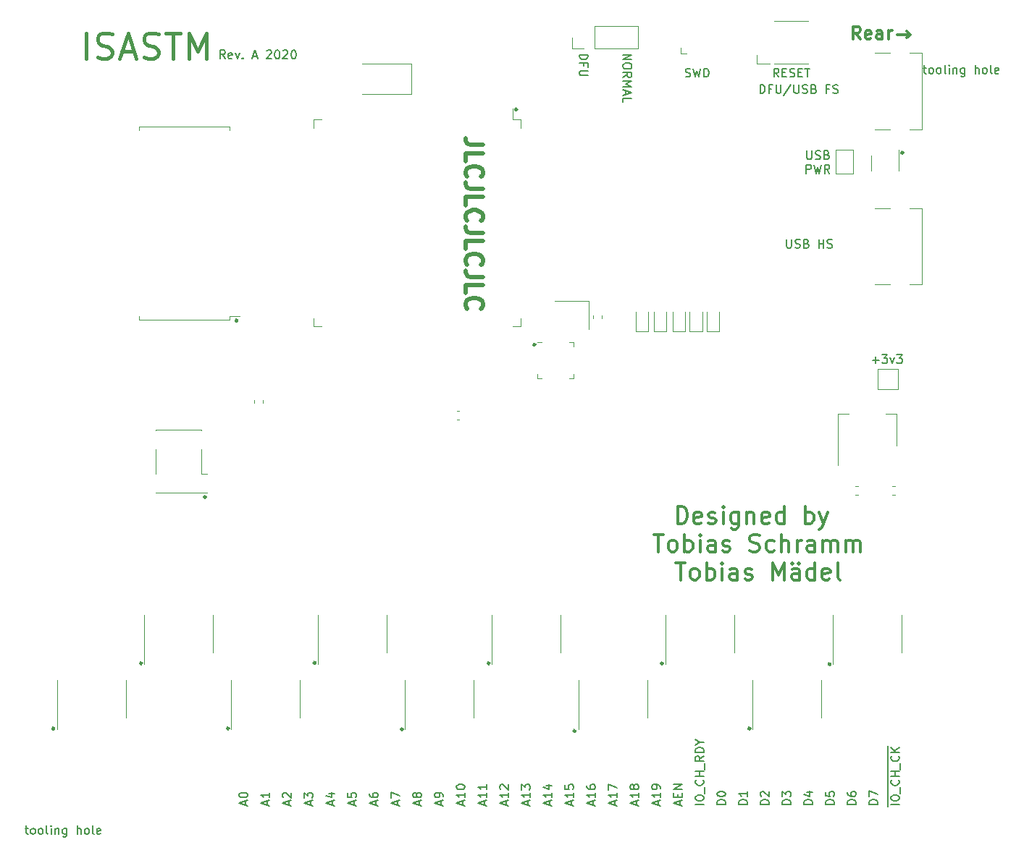
<source format=gto>
%TF.GenerationSoftware,KiCad,Pcbnew,5.1.6*%
%TF.CreationDate,2020-09-22T14:19:40+02:00*%
%TF.ProjectId,ISASTM,49534153-544d-42e6-9b69-6361645f7063,rev?*%
%TF.SameCoordinates,Original*%
%TF.FileFunction,Legend,Top*%
%TF.FilePolarity,Positive*%
%FSLAX46Y46*%
G04 Gerber Fmt 4.6, Leading zero omitted, Abs format (unit mm)*
G04 Created by KiCad (PCBNEW 5.1.6) date 2020-09-22 14:19:40*
%MOMM*%
%LPD*%
G01*
G04 APERTURE LIST*
%ADD10C,0.150000*%
%ADD11C,0.300000*%
%ADD12C,0.450000*%
%ADD13C,0.500000*%
%ADD14C,0.120000*%
G04 APERTURE END LIST*
D10*
X103938095Y-30477380D02*
X103938095Y-31286904D01*
X103985714Y-31382142D01*
X104033333Y-31429761D01*
X104128571Y-31477380D01*
X104319047Y-31477380D01*
X104414285Y-31429761D01*
X104461904Y-31382142D01*
X104509523Y-31286904D01*
X104509523Y-30477380D01*
X104938095Y-31429761D02*
X105080952Y-31477380D01*
X105319047Y-31477380D01*
X105414285Y-31429761D01*
X105461904Y-31382142D01*
X105509523Y-31286904D01*
X105509523Y-31191666D01*
X105461904Y-31096428D01*
X105414285Y-31048809D01*
X105319047Y-31001190D01*
X105128571Y-30953571D01*
X105033333Y-30905952D01*
X104985714Y-30858333D01*
X104938095Y-30763095D01*
X104938095Y-30667857D01*
X104985714Y-30572619D01*
X105033333Y-30525000D01*
X105128571Y-30477380D01*
X105366666Y-30477380D01*
X105509523Y-30525000D01*
X106271428Y-30953571D02*
X106414285Y-31001190D01*
X106461904Y-31048809D01*
X106509523Y-31144047D01*
X106509523Y-31286904D01*
X106461904Y-31382142D01*
X106414285Y-31429761D01*
X106319047Y-31477380D01*
X105938095Y-31477380D01*
X105938095Y-30477380D01*
X106271428Y-30477380D01*
X106366666Y-30525000D01*
X106414285Y-30572619D01*
X106461904Y-30667857D01*
X106461904Y-30763095D01*
X106414285Y-30858333D01*
X106366666Y-30905952D01*
X106271428Y-30953571D01*
X105938095Y-30953571D01*
X103866666Y-33127380D02*
X103866666Y-32127380D01*
X104247619Y-32127380D01*
X104342857Y-32175000D01*
X104390476Y-32222619D01*
X104438095Y-32317857D01*
X104438095Y-32460714D01*
X104390476Y-32555952D01*
X104342857Y-32603571D01*
X104247619Y-32651190D01*
X103866666Y-32651190D01*
X104771428Y-32127380D02*
X105009523Y-33127380D01*
X105200000Y-32413095D01*
X105390476Y-33127380D01*
X105628571Y-32127380D01*
X106580952Y-33127380D02*
X106247619Y-32651190D01*
X106009523Y-33127380D02*
X106009523Y-32127380D01*
X106390476Y-32127380D01*
X106485714Y-32175000D01*
X106533333Y-32222619D01*
X106580952Y-32317857D01*
X106580952Y-32460714D01*
X106533333Y-32555952D01*
X106485714Y-32603571D01*
X106390476Y-32651190D01*
X106009523Y-32651190D01*
D11*
X114488095Y-16892857D02*
X116011904Y-16892857D01*
X115630952Y-17273809D02*
X116011904Y-16892857D01*
X115630952Y-16511904D01*
D10*
X35916666Y-19702380D02*
X35583333Y-19226190D01*
X35345238Y-19702380D02*
X35345238Y-18702380D01*
X35726190Y-18702380D01*
X35821428Y-18750000D01*
X35869047Y-18797619D01*
X35916666Y-18892857D01*
X35916666Y-19035714D01*
X35869047Y-19130952D01*
X35821428Y-19178571D01*
X35726190Y-19226190D01*
X35345238Y-19226190D01*
X36726190Y-19654761D02*
X36630952Y-19702380D01*
X36440476Y-19702380D01*
X36345238Y-19654761D01*
X36297619Y-19559523D01*
X36297619Y-19178571D01*
X36345238Y-19083333D01*
X36440476Y-19035714D01*
X36630952Y-19035714D01*
X36726190Y-19083333D01*
X36773809Y-19178571D01*
X36773809Y-19273809D01*
X36297619Y-19369047D01*
X37107142Y-19035714D02*
X37345238Y-19702380D01*
X37583333Y-19035714D01*
X37964285Y-19607142D02*
X38011904Y-19654761D01*
X37964285Y-19702380D01*
X37916666Y-19654761D01*
X37964285Y-19607142D01*
X37964285Y-19702380D01*
X39154761Y-19416666D02*
X39630952Y-19416666D01*
X39059523Y-19702380D02*
X39392857Y-18702380D01*
X39726190Y-19702380D01*
X40773809Y-18797619D02*
X40821428Y-18750000D01*
X40916666Y-18702380D01*
X41154761Y-18702380D01*
X41250000Y-18750000D01*
X41297619Y-18797619D01*
X41345238Y-18892857D01*
X41345238Y-18988095D01*
X41297619Y-19130952D01*
X40726190Y-19702380D01*
X41345238Y-19702380D01*
X41964285Y-18702380D02*
X42059523Y-18702380D01*
X42154761Y-18750000D01*
X42202380Y-18797619D01*
X42250000Y-18892857D01*
X42297619Y-19083333D01*
X42297619Y-19321428D01*
X42250000Y-19511904D01*
X42202380Y-19607142D01*
X42154761Y-19654761D01*
X42059523Y-19702380D01*
X41964285Y-19702380D01*
X41869047Y-19654761D01*
X41821428Y-19607142D01*
X41773809Y-19511904D01*
X41726190Y-19321428D01*
X41726190Y-19083333D01*
X41773809Y-18892857D01*
X41821428Y-18797619D01*
X41869047Y-18750000D01*
X41964285Y-18702380D01*
X42678571Y-18797619D02*
X42726190Y-18750000D01*
X42821428Y-18702380D01*
X43059523Y-18702380D01*
X43154761Y-18750000D01*
X43202380Y-18797619D01*
X43250000Y-18892857D01*
X43250000Y-18988095D01*
X43202380Y-19130952D01*
X42630952Y-19702380D01*
X43250000Y-19702380D01*
X43869047Y-18702380D02*
X43964285Y-18702380D01*
X44059523Y-18750000D01*
X44107142Y-18797619D01*
X44154761Y-18892857D01*
X44202380Y-19083333D01*
X44202380Y-19321428D01*
X44154761Y-19511904D01*
X44107142Y-19607142D01*
X44059523Y-19654761D01*
X43964285Y-19702380D01*
X43869047Y-19702380D01*
X43773809Y-19654761D01*
X43726190Y-19607142D01*
X43678571Y-19511904D01*
X43630952Y-19321428D01*
X43630952Y-19083333D01*
X43678571Y-18892857D01*
X43726190Y-18797619D01*
X43773809Y-18750000D01*
X43869047Y-18702380D01*
D11*
X88821428Y-74104761D02*
X88821428Y-72104761D01*
X89297619Y-72104761D01*
X89583333Y-72200000D01*
X89773809Y-72390476D01*
X89869047Y-72580952D01*
X89964285Y-72961904D01*
X89964285Y-73247619D01*
X89869047Y-73628571D01*
X89773809Y-73819047D01*
X89583333Y-74009523D01*
X89297619Y-74104761D01*
X88821428Y-74104761D01*
X91583333Y-74009523D02*
X91392857Y-74104761D01*
X91011904Y-74104761D01*
X90821428Y-74009523D01*
X90726190Y-73819047D01*
X90726190Y-73057142D01*
X90821428Y-72866666D01*
X91011904Y-72771428D01*
X91392857Y-72771428D01*
X91583333Y-72866666D01*
X91678571Y-73057142D01*
X91678571Y-73247619D01*
X90726190Y-73438095D01*
X92440476Y-74009523D02*
X92630952Y-74104761D01*
X93011904Y-74104761D01*
X93202380Y-74009523D01*
X93297619Y-73819047D01*
X93297619Y-73723809D01*
X93202380Y-73533333D01*
X93011904Y-73438095D01*
X92726190Y-73438095D01*
X92535714Y-73342857D01*
X92440476Y-73152380D01*
X92440476Y-73057142D01*
X92535714Y-72866666D01*
X92726190Y-72771428D01*
X93011904Y-72771428D01*
X93202380Y-72866666D01*
X94154761Y-74104761D02*
X94154761Y-72771428D01*
X94154761Y-72104761D02*
X94059523Y-72200000D01*
X94154761Y-72295238D01*
X94250000Y-72200000D01*
X94154761Y-72104761D01*
X94154761Y-72295238D01*
X95964285Y-72771428D02*
X95964285Y-74390476D01*
X95869047Y-74580952D01*
X95773809Y-74676190D01*
X95583333Y-74771428D01*
X95297619Y-74771428D01*
X95107142Y-74676190D01*
X95964285Y-74009523D02*
X95773809Y-74104761D01*
X95392857Y-74104761D01*
X95202380Y-74009523D01*
X95107142Y-73914285D01*
X95011904Y-73723809D01*
X95011904Y-73152380D01*
X95107142Y-72961904D01*
X95202380Y-72866666D01*
X95392857Y-72771428D01*
X95773809Y-72771428D01*
X95964285Y-72866666D01*
X96916666Y-72771428D02*
X96916666Y-74104761D01*
X96916666Y-72961904D02*
X97011904Y-72866666D01*
X97202380Y-72771428D01*
X97488095Y-72771428D01*
X97678571Y-72866666D01*
X97773809Y-73057142D01*
X97773809Y-74104761D01*
X99488095Y-74009523D02*
X99297619Y-74104761D01*
X98916666Y-74104761D01*
X98726190Y-74009523D01*
X98630952Y-73819047D01*
X98630952Y-73057142D01*
X98726190Y-72866666D01*
X98916666Y-72771428D01*
X99297619Y-72771428D01*
X99488095Y-72866666D01*
X99583333Y-73057142D01*
X99583333Y-73247619D01*
X98630952Y-73438095D01*
X101297619Y-74104761D02*
X101297619Y-72104761D01*
X101297619Y-74009523D02*
X101107142Y-74104761D01*
X100726190Y-74104761D01*
X100535714Y-74009523D01*
X100440476Y-73914285D01*
X100345238Y-73723809D01*
X100345238Y-73152380D01*
X100440476Y-72961904D01*
X100535714Y-72866666D01*
X100726190Y-72771428D01*
X101107142Y-72771428D01*
X101297619Y-72866666D01*
X103773809Y-74104761D02*
X103773809Y-72104761D01*
X103773809Y-72866666D02*
X103964285Y-72771428D01*
X104345238Y-72771428D01*
X104535714Y-72866666D01*
X104630952Y-72961904D01*
X104726190Y-73152380D01*
X104726190Y-73723809D01*
X104630952Y-73914285D01*
X104535714Y-74009523D01*
X104345238Y-74104761D01*
X103964285Y-74104761D01*
X103773809Y-74009523D01*
X105392857Y-72771428D02*
X105869047Y-74104761D01*
X106345238Y-72771428D02*
X105869047Y-74104761D01*
X105678571Y-74580952D01*
X105583333Y-74676190D01*
X105392857Y-74771428D01*
X86011904Y-75404761D02*
X87154761Y-75404761D01*
X86583333Y-77404761D02*
X86583333Y-75404761D01*
X88107142Y-77404761D02*
X87916666Y-77309523D01*
X87821428Y-77214285D01*
X87726190Y-77023809D01*
X87726190Y-76452380D01*
X87821428Y-76261904D01*
X87916666Y-76166666D01*
X88107142Y-76071428D01*
X88392857Y-76071428D01*
X88583333Y-76166666D01*
X88678571Y-76261904D01*
X88773809Y-76452380D01*
X88773809Y-77023809D01*
X88678571Y-77214285D01*
X88583333Y-77309523D01*
X88392857Y-77404761D01*
X88107142Y-77404761D01*
X89630952Y-77404761D02*
X89630952Y-75404761D01*
X89630952Y-76166666D02*
X89821428Y-76071428D01*
X90202380Y-76071428D01*
X90392857Y-76166666D01*
X90488095Y-76261904D01*
X90583333Y-76452380D01*
X90583333Y-77023809D01*
X90488095Y-77214285D01*
X90392857Y-77309523D01*
X90202380Y-77404761D01*
X89821428Y-77404761D01*
X89630952Y-77309523D01*
X91440476Y-77404761D02*
X91440476Y-76071428D01*
X91440476Y-75404761D02*
X91345238Y-75500000D01*
X91440476Y-75595238D01*
X91535714Y-75500000D01*
X91440476Y-75404761D01*
X91440476Y-75595238D01*
X93250000Y-77404761D02*
X93250000Y-76357142D01*
X93154761Y-76166666D01*
X92964285Y-76071428D01*
X92583333Y-76071428D01*
X92392857Y-76166666D01*
X93250000Y-77309523D02*
X93059523Y-77404761D01*
X92583333Y-77404761D01*
X92392857Y-77309523D01*
X92297619Y-77119047D01*
X92297619Y-76928571D01*
X92392857Y-76738095D01*
X92583333Y-76642857D01*
X93059523Y-76642857D01*
X93250000Y-76547619D01*
X94107142Y-77309523D02*
X94297619Y-77404761D01*
X94678571Y-77404761D01*
X94869047Y-77309523D01*
X94964285Y-77119047D01*
X94964285Y-77023809D01*
X94869047Y-76833333D01*
X94678571Y-76738095D01*
X94392857Y-76738095D01*
X94202380Y-76642857D01*
X94107142Y-76452380D01*
X94107142Y-76357142D01*
X94202380Y-76166666D01*
X94392857Y-76071428D01*
X94678571Y-76071428D01*
X94869047Y-76166666D01*
X97250000Y-77309523D02*
X97535714Y-77404761D01*
X98011904Y-77404761D01*
X98202380Y-77309523D01*
X98297619Y-77214285D01*
X98392857Y-77023809D01*
X98392857Y-76833333D01*
X98297619Y-76642857D01*
X98202380Y-76547619D01*
X98011904Y-76452380D01*
X97630952Y-76357142D01*
X97440476Y-76261904D01*
X97345238Y-76166666D01*
X97250000Y-75976190D01*
X97250000Y-75785714D01*
X97345238Y-75595238D01*
X97440476Y-75500000D01*
X97630952Y-75404761D01*
X98107142Y-75404761D01*
X98392857Y-75500000D01*
X100107142Y-77309523D02*
X99916666Y-77404761D01*
X99535714Y-77404761D01*
X99345238Y-77309523D01*
X99250000Y-77214285D01*
X99154761Y-77023809D01*
X99154761Y-76452380D01*
X99250000Y-76261904D01*
X99345238Y-76166666D01*
X99535714Y-76071428D01*
X99916666Y-76071428D01*
X100107142Y-76166666D01*
X100964285Y-77404761D02*
X100964285Y-75404761D01*
X101821428Y-77404761D02*
X101821428Y-76357142D01*
X101726190Y-76166666D01*
X101535714Y-76071428D01*
X101250000Y-76071428D01*
X101059523Y-76166666D01*
X100964285Y-76261904D01*
X102773809Y-77404761D02*
X102773809Y-76071428D01*
X102773809Y-76452380D02*
X102869047Y-76261904D01*
X102964285Y-76166666D01*
X103154761Y-76071428D01*
X103345238Y-76071428D01*
X104869047Y-77404761D02*
X104869047Y-76357142D01*
X104773809Y-76166666D01*
X104583333Y-76071428D01*
X104202380Y-76071428D01*
X104011904Y-76166666D01*
X104869047Y-77309523D02*
X104678571Y-77404761D01*
X104202380Y-77404761D01*
X104011904Y-77309523D01*
X103916666Y-77119047D01*
X103916666Y-76928571D01*
X104011904Y-76738095D01*
X104202380Y-76642857D01*
X104678571Y-76642857D01*
X104869047Y-76547619D01*
X105821428Y-77404761D02*
X105821428Y-76071428D01*
X105821428Y-76261904D02*
X105916666Y-76166666D01*
X106107142Y-76071428D01*
X106392857Y-76071428D01*
X106583333Y-76166666D01*
X106678571Y-76357142D01*
X106678571Y-77404761D01*
X106678571Y-76357142D02*
X106773809Y-76166666D01*
X106964285Y-76071428D01*
X107250000Y-76071428D01*
X107440476Y-76166666D01*
X107535714Y-76357142D01*
X107535714Y-77404761D01*
X108488095Y-77404761D02*
X108488095Y-76071428D01*
X108488095Y-76261904D02*
X108583333Y-76166666D01*
X108773809Y-76071428D01*
X109059523Y-76071428D01*
X109250000Y-76166666D01*
X109345238Y-76357142D01*
X109345238Y-77404761D01*
X109345238Y-76357142D02*
X109440476Y-76166666D01*
X109630952Y-76071428D01*
X109916666Y-76071428D01*
X110107142Y-76166666D01*
X110202380Y-76357142D01*
X110202380Y-77404761D01*
X88583333Y-78704761D02*
X89726190Y-78704761D01*
X89154761Y-80704761D02*
X89154761Y-78704761D01*
X90678571Y-80704761D02*
X90488095Y-80609523D01*
X90392857Y-80514285D01*
X90297619Y-80323809D01*
X90297619Y-79752380D01*
X90392857Y-79561904D01*
X90488095Y-79466666D01*
X90678571Y-79371428D01*
X90964285Y-79371428D01*
X91154761Y-79466666D01*
X91249999Y-79561904D01*
X91345238Y-79752380D01*
X91345238Y-80323809D01*
X91249999Y-80514285D01*
X91154761Y-80609523D01*
X90964285Y-80704761D01*
X90678571Y-80704761D01*
X92202380Y-80704761D02*
X92202380Y-78704761D01*
X92202380Y-79466666D02*
X92392857Y-79371428D01*
X92773809Y-79371428D01*
X92964285Y-79466666D01*
X93059523Y-79561904D01*
X93154761Y-79752380D01*
X93154761Y-80323809D01*
X93059523Y-80514285D01*
X92964285Y-80609523D01*
X92773809Y-80704761D01*
X92392857Y-80704761D01*
X92202380Y-80609523D01*
X94011904Y-80704761D02*
X94011904Y-79371428D01*
X94011904Y-78704761D02*
X93916666Y-78800000D01*
X94011904Y-78895238D01*
X94107142Y-78800000D01*
X94011904Y-78704761D01*
X94011904Y-78895238D01*
X95821428Y-80704761D02*
X95821428Y-79657142D01*
X95726190Y-79466666D01*
X95535714Y-79371428D01*
X95154761Y-79371428D01*
X94964285Y-79466666D01*
X95821428Y-80609523D02*
X95630952Y-80704761D01*
X95154761Y-80704761D01*
X94964285Y-80609523D01*
X94869047Y-80419047D01*
X94869047Y-80228571D01*
X94964285Y-80038095D01*
X95154761Y-79942857D01*
X95630952Y-79942857D01*
X95821428Y-79847619D01*
X96678571Y-80609523D02*
X96869047Y-80704761D01*
X97249999Y-80704761D01*
X97440476Y-80609523D01*
X97535714Y-80419047D01*
X97535714Y-80323809D01*
X97440476Y-80133333D01*
X97249999Y-80038095D01*
X96964285Y-80038095D01*
X96773809Y-79942857D01*
X96678571Y-79752380D01*
X96678571Y-79657142D01*
X96773809Y-79466666D01*
X96964285Y-79371428D01*
X97249999Y-79371428D01*
X97440476Y-79466666D01*
X99916666Y-80704761D02*
X99916666Y-78704761D01*
X100583333Y-80133333D01*
X101249999Y-78704761D01*
X101249999Y-80704761D01*
X103059523Y-80704761D02*
X103059523Y-79657142D01*
X102964285Y-79466666D01*
X102773809Y-79371428D01*
X102392857Y-79371428D01*
X102202380Y-79466666D01*
X103059523Y-80609523D02*
X102869047Y-80704761D01*
X102392857Y-80704761D01*
X102202380Y-80609523D01*
X102107142Y-80419047D01*
X102107142Y-80228571D01*
X102202380Y-80038095D01*
X102392857Y-79942857D01*
X102869047Y-79942857D01*
X103059523Y-79847619D01*
X102202380Y-78704761D02*
X102297619Y-78800000D01*
X102202380Y-78895238D01*
X102107142Y-78800000D01*
X102202380Y-78704761D01*
X102202380Y-78895238D01*
X102964285Y-78704761D02*
X103059523Y-78800000D01*
X102964285Y-78895238D01*
X102869047Y-78800000D01*
X102964285Y-78704761D01*
X102964285Y-78895238D01*
X104869047Y-80704761D02*
X104869047Y-78704761D01*
X104869047Y-80609523D02*
X104678571Y-80704761D01*
X104297619Y-80704761D01*
X104107142Y-80609523D01*
X104011904Y-80514285D01*
X103916666Y-80323809D01*
X103916666Y-79752380D01*
X104011904Y-79561904D01*
X104107142Y-79466666D01*
X104297619Y-79371428D01*
X104678571Y-79371428D01*
X104869047Y-79466666D01*
X106583333Y-80609523D02*
X106392857Y-80704761D01*
X106011904Y-80704761D01*
X105821428Y-80609523D01*
X105726190Y-80419047D01*
X105726190Y-79657142D01*
X105821428Y-79466666D01*
X106011904Y-79371428D01*
X106392857Y-79371428D01*
X106583333Y-79466666D01*
X106678571Y-79657142D01*
X106678571Y-79847619D01*
X105726190Y-80038095D01*
X107821428Y-80704761D02*
X107630952Y-80609523D01*
X107535714Y-80419047D01*
X107535714Y-78704761D01*
D12*
X19700000Y-19707142D02*
X19700000Y-16707142D01*
X20985714Y-19564285D02*
X21414285Y-19707142D01*
X22128571Y-19707142D01*
X22414285Y-19564285D01*
X22557142Y-19421428D01*
X22700000Y-19135714D01*
X22700000Y-18850000D01*
X22557142Y-18564285D01*
X22414285Y-18421428D01*
X22128571Y-18278571D01*
X21557142Y-18135714D01*
X21271428Y-17992857D01*
X21128571Y-17850000D01*
X20985714Y-17564285D01*
X20985714Y-17278571D01*
X21128571Y-16992857D01*
X21271428Y-16850000D01*
X21557142Y-16707142D01*
X22271428Y-16707142D01*
X22700000Y-16850000D01*
X23842857Y-18850000D02*
X25271428Y-18850000D01*
X23557142Y-19707142D02*
X24557142Y-16707142D01*
X25557142Y-19707142D01*
X26414285Y-19564285D02*
X26842857Y-19707142D01*
X27557142Y-19707142D01*
X27842857Y-19564285D01*
X27985714Y-19421428D01*
X28128571Y-19135714D01*
X28128571Y-18850000D01*
X27985714Y-18564285D01*
X27842857Y-18421428D01*
X27557142Y-18278571D01*
X26985714Y-18135714D01*
X26700000Y-17992857D01*
X26557142Y-17850000D01*
X26414285Y-17564285D01*
X26414285Y-17278571D01*
X26557142Y-16992857D01*
X26700000Y-16850000D01*
X26985714Y-16707142D01*
X27700000Y-16707142D01*
X28128571Y-16850000D01*
X28985714Y-16707142D02*
X30700000Y-16707142D01*
X29842857Y-19707142D02*
X29842857Y-16707142D01*
X31700000Y-19707142D02*
X31700000Y-16707142D01*
X32700000Y-18850000D01*
X33700000Y-16707142D01*
X33700000Y-19707142D01*
D10*
X111585714Y-54971428D02*
X112347619Y-54971428D01*
X111966666Y-55352380D02*
X111966666Y-54590476D01*
X112728571Y-54352380D02*
X113347619Y-54352380D01*
X113014285Y-54733333D01*
X113157142Y-54733333D01*
X113252380Y-54780952D01*
X113300000Y-54828571D01*
X113347619Y-54923809D01*
X113347619Y-55161904D01*
X113300000Y-55257142D01*
X113252380Y-55304761D01*
X113157142Y-55352380D01*
X112871428Y-55352380D01*
X112776190Y-55304761D01*
X112728571Y-55257142D01*
X113680952Y-54685714D02*
X113919047Y-55352380D01*
X114157142Y-54685714D01*
X114442857Y-54352380D02*
X115061904Y-54352380D01*
X114728571Y-54733333D01*
X114871428Y-54733333D01*
X114966666Y-54780952D01*
X115014285Y-54828571D01*
X115061904Y-54923809D01*
X115061904Y-55161904D01*
X115014285Y-55257142D01*
X114966666Y-55304761D01*
X114871428Y-55352380D01*
X114585714Y-55352380D01*
X114490476Y-55304761D01*
X114442857Y-55257142D01*
X101557142Y-40852380D02*
X101557142Y-41661904D01*
X101604761Y-41757142D01*
X101652380Y-41804761D01*
X101747619Y-41852380D01*
X101938095Y-41852380D01*
X102033333Y-41804761D01*
X102080952Y-41757142D01*
X102128571Y-41661904D01*
X102128571Y-40852380D01*
X102557142Y-41804761D02*
X102700000Y-41852380D01*
X102938095Y-41852380D01*
X103033333Y-41804761D01*
X103080952Y-41757142D01*
X103128571Y-41661904D01*
X103128571Y-41566666D01*
X103080952Y-41471428D01*
X103033333Y-41423809D01*
X102938095Y-41376190D01*
X102747619Y-41328571D01*
X102652380Y-41280952D01*
X102604761Y-41233333D01*
X102557142Y-41138095D01*
X102557142Y-41042857D01*
X102604761Y-40947619D01*
X102652380Y-40900000D01*
X102747619Y-40852380D01*
X102985714Y-40852380D01*
X103128571Y-40900000D01*
X103890476Y-41328571D02*
X104033333Y-41376190D01*
X104080952Y-41423809D01*
X104128571Y-41519047D01*
X104128571Y-41661904D01*
X104080952Y-41757142D01*
X104033333Y-41804761D01*
X103938095Y-41852380D01*
X103557142Y-41852380D01*
X103557142Y-40852380D01*
X103890476Y-40852380D01*
X103985714Y-40900000D01*
X104033333Y-40947619D01*
X104080952Y-41042857D01*
X104080952Y-41138095D01*
X104033333Y-41233333D01*
X103985714Y-41280952D01*
X103890476Y-41328571D01*
X103557142Y-41328571D01*
X105319047Y-41852380D02*
X105319047Y-40852380D01*
X105319047Y-41328571D02*
X105890476Y-41328571D01*
X105890476Y-41852380D02*
X105890476Y-40852380D01*
X106319047Y-41804761D02*
X106461904Y-41852380D01*
X106700000Y-41852380D01*
X106795238Y-41804761D01*
X106842857Y-41757142D01*
X106890476Y-41661904D01*
X106890476Y-41566666D01*
X106842857Y-41471428D01*
X106795238Y-41423809D01*
X106700000Y-41376190D01*
X106509523Y-41328571D01*
X106414285Y-41280952D01*
X106366666Y-41233333D01*
X106319047Y-41138095D01*
X106319047Y-41042857D01*
X106366666Y-40947619D01*
X106414285Y-40900000D01*
X106509523Y-40852380D01*
X106747619Y-40852380D01*
X106890476Y-40900000D01*
X98476190Y-23752380D02*
X98476190Y-22752380D01*
X98714285Y-22752380D01*
X98857142Y-22800000D01*
X98952380Y-22895238D01*
X99000000Y-22990476D01*
X99047619Y-23180952D01*
X99047619Y-23323809D01*
X99000000Y-23514285D01*
X98952380Y-23609523D01*
X98857142Y-23704761D01*
X98714285Y-23752380D01*
X98476190Y-23752380D01*
X99809523Y-23228571D02*
X99476190Y-23228571D01*
X99476190Y-23752380D02*
X99476190Y-22752380D01*
X99952380Y-22752380D01*
X100333333Y-22752380D02*
X100333333Y-23561904D01*
X100380952Y-23657142D01*
X100428571Y-23704761D01*
X100523809Y-23752380D01*
X100714285Y-23752380D01*
X100809523Y-23704761D01*
X100857142Y-23657142D01*
X100904761Y-23561904D01*
X100904761Y-22752380D01*
X102095238Y-22704761D02*
X101238095Y-23990476D01*
X102428571Y-22752380D02*
X102428571Y-23561904D01*
X102476190Y-23657142D01*
X102523809Y-23704761D01*
X102619047Y-23752380D01*
X102809523Y-23752380D01*
X102904761Y-23704761D01*
X102952380Y-23657142D01*
X103000000Y-23561904D01*
X103000000Y-22752380D01*
X103428571Y-23704761D02*
X103571428Y-23752380D01*
X103809523Y-23752380D01*
X103904761Y-23704761D01*
X103952380Y-23657142D01*
X104000000Y-23561904D01*
X104000000Y-23466666D01*
X103952380Y-23371428D01*
X103904761Y-23323809D01*
X103809523Y-23276190D01*
X103619047Y-23228571D01*
X103523809Y-23180952D01*
X103476190Y-23133333D01*
X103428571Y-23038095D01*
X103428571Y-22942857D01*
X103476190Y-22847619D01*
X103523809Y-22800000D01*
X103619047Y-22752380D01*
X103857142Y-22752380D01*
X104000000Y-22800000D01*
X104761904Y-23228571D02*
X104904761Y-23276190D01*
X104952380Y-23323809D01*
X105000000Y-23419047D01*
X105000000Y-23561904D01*
X104952380Y-23657142D01*
X104904761Y-23704761D01*
X104809523Y-23752380D01*
X104428571Y-23752380D01*
X104428571Y-22752380D01*
X104761904Y-22752380D01*
X104857142Y-22800000D01*
X104904761Y-22847619D01*
X104952380Y-22942857D01*
X104952380Y-23038095D01*
X104904761Y-23133333D01*
X104857142Y-23180952D01*
X104761904Y-23228571D01*
X104428571Y-23228571D01*
X106523809Y-23228571D02*
X106190476Y-23228571D01*
X106190476Y-23752380D02*
X106190476Y-22752380D01*
X106666666Y-22752380D01*
X107000000Y-23704761D02*
X107142857Y-23752380D01*
X107380952Y-23752380D01*
X107476190Y-23704761D01*
X107523809Y-23657142D01*
X107571428Y-23561904D01*
X107571428Y-23466666D01*
X107523809Y-23371428D01*
X107476190Y-23323809D01*
X107380952Y-23276190D01*
X107190476Y-23228571D01*
X107095238Y-23180952D01*
X107047619Y-23133333D01*
X107000000Y-23038095D01*
X107000000Y-22942857D01*
X107047619Y-22847619D01*
X107095238Y-22800000D01*
X107190476Y-22752380D01*
X107428571Y-22752380D01*
X107571428Y-22800000D01*
X100647619Y-21852380D02*
X100314285Y-21376190D01*
X100076190Y-21852380D02*
X100076190Y-20852380D01*
X100457142Y-20852380D01*
X100552380Y-20900000D01*
X100600000Y-20947619D01*
X100647619Y-21042857D01*
X100647619Y-21185714D01*
X100600000Y-21280952D01*
X100552380Y-21328571D01*
X100457142Y-21376190D01*
X100076190Y-21376190D01*
X101076190Y-21328571D02*
X101409523Y-21328571D01*
X101552380Y-21852380D02*
X101076190Y-21852380D01*
X101076190Y-20852380D01*
X101552380Y-20852380D01*
X101933333Y-21804761D02*
X102076190Y-21852380D01*
X102314285Y-21852380D01*
X102409523Y-21804761D01*
X102457142Y-21757142D01*
X102504761Y-21661904D01*
X102504761Y-21566666D01*
X102457142Y-21471428D01*
X102409523Y-21423809D01*
X102314285Y-21376190D01*
X102123809Y-21328571D01*
X102028571Y-21280952D01*
X101980952Y-21233333D01*
X101933333Y-21138095D01*
X101933333Y-21042857D01*
X101980952Y-20947619D01*
X102028571Y-20900000D01*
X102123809Y-20852380D01*
X102361904Y-20852380D01*
X102504761Y-20900000D01*
X102933333Y-21328571D02*
X103266666Y-21328571D01*
X103409523Y-21852380D02*
X102933333Y-21852380D01*
X102933333Y-20852380D01*
X103409523Y-20852380D01*
X103695238Y-20852380D02*
X104266666Y-20852380D01*
X103980952Y-21852380D02*
X103980952Y-20852380D01*
X89742857Y-21804761D02*
X89885714Y-21852380D01*
X90123809Y-21852380D01*
X90219047Y-21804761D01*
X90266666Y-21757142D01*
X90314285Y-21661904D01*
X90314285Y-21566666D01*
X90266666Y-21471428D01*
X90219047Y-21423809D01*
X90123809Y-21376190D01*
X89933333Y-21328571D01*
X89838095Y-21280952D01*
X89790476Y-21233333D01*
X89742857Y-21138095D01*
X89742857Y-21042857D01*
X89790476Y-20947619D01*
X89838095Y-20900000D01*
X89933333Y-20852380D01*
X90171428Y-20852380D01*
X90314285Y-20900000D01*
X90647619Y-20852380D02*
X90885714Y-21852380D01*
X91076190Y-21138095D01*
X91266666Y-21852380D01*
X91504761Y-20852380D01*
X91885714Y-21852380D02*
X91885714Y-20852380D01*
X92123809Y-20852380D01*
X92266666Y-20900000D01*
X92361904Y-20995238D01*
X92409523Y-21090476D01*
X92457142Y-21280952D01*
X92457142Y-21423809D01*
X92409523Y-21614285D01*
X92361904Y-21709523D01*
X92266666Y-21804761D01*
X92123809Y-21852380D01*
X91885714Y-21852380D01*
X82447619Y-19235595D02*
X83447619Y-19235595D01*
X82447619Y-19807023D01*
X83447619Y-19807023D01*
X83447619Y-20473690D02*
X83447619Y-20664166D01*
X83400000Y-20759404D01*
X83304761Y-20854642D01*
X83114285Y-20902261D01*
X82780952Y-20902261D01*
X82590476Y-20854642D01*
X82495238Y-20759404D01*
X82447619Y-20664166D01*
X82447619Y-20473690D01*
X82495238Y-20378452D01*
X82590476Y-20283214D01*
X82780952Y-20235595D01*
X83114285Y-20235595D01*
X83304761Y-20283214D01*
X83400000Y-20378452D01*
X83447619Y-20473690D01*
X82447619Y-21902261D02*
X82923809Y-21568928D01*
X82447619Y-21330833D02*
X83447619Y-21330833D01*
X83447619Y-21711785D01*
X83400000Y-21807023D01*
X83352380Y-21854642D01*
X83257142Y-21902261D01*
X83114285Y-21902261D01*
X83019047Y-21854642D01*
X82971428Y-21807023D01*
X82923809Y-21711785D01*
X82923809Y-21330833D01*
X82447619Y-22330833D02*
X83447619Y-22330833D01*
X82733333Y-22664166D01*
X83447619Y-22997500D01*
X82447619Y-22997500D01*
X82733333Y-23426071D02*
X82733333Y-23902261D01*
X82447619Y-23330833D02*
X83447619Y-23664166D01*
X82447619Y-23997500D01*
X82447619Y-24807023D02*
X82447619Y-24330833D01*
X83447619Y-24330833D01*
X77347619Y-19235595D02*
X78347619Y-19235595D01*
X78347619Y-19473690D01*
X78300000Y-19616547D01*
X78204761Y-19711785D01*
X78109523Y-19759404D01*
X77919047Y-19807023D01*
X77776190Y-19807023D01*
X77585714Y-19759404D01*
X77490476Y-19711785D01*
X77395238Y-19616547D01*
X77347619Y-19473690D01*
X77347619Y-19235595D01*
X77871428Y-20568928D02*
X77871428Y-20235595D01*
X77347619Y-20235595D02*
X78347619Y-20235595D01*
X78347619Y-20711785D01*
X78347619Y-21092738D02*
X77538095Y-21092738D01*
X77442857Y-21140357D01*
X77395238Y-21187976D01*
X77347619Y-21283214D01*
X77347619Y-21473690D01*
X77395238Y-21568928D01*
X77442857Y-21616547D01*
X77538095Y-21664166D01*
X78347619Y-21664166D01*
X38266666Y-107032023D02*
X38266666Y-106555833D01*
X38552380Y-107127261D02*
X37552380Y-106793928D01*
X38552380Y-106460595D01*
X37552380Y-105936785D02*
X37552380Y-105841547D01*
X37600000Y-105746309D01*
X37647619Y-105698690D01*
X37742857Y-105651071D01*
X37933333Y-105603452D01*
X38171428Y-105603452D01*
X38361904Y-105651071D01*
X38457142Y-105698690D01*
X38504761Y-105746309D01*
X38552380Y-105841547D01*
X38552380Y-105936785D01*
X38504761Y-106032023D01*
X38457142Y-106079642D01*
X38361904Y-106127261D01*
X38171428Y-106174880D01*
X37933333Y-106174880D01*
X37742857Y-106127261D01*
X37647619Y-106079642D01*
X37600000Y-106032023D01*
X37552380Y-105936785D01*
X113385000Y-107222500D02*
X113385000Y-106746309D01*
X114752380Y-106984404D02*
X113752380Y-106984404D01*
X113385000Y-106746309D02*
X113385000Y-105698690D01*
X113752380Y-106317738D02*
X113752380Y-106127261D01*
X113800000Y-106032023D01*
X113895238Y-105936785D01*
X114085714Y-105889166D01*
X114419047Y-105889166D01*
X114609523Y-105936785D01*
X114704761Y-106032023D01*
X114752380Y-106127261D01*
X114752380Y-106317738D01*
X114704761Y-106412976D01*
X114609523Y-106508214D01*
X114419047Y-106555833D01*
X114085714Y-106555833D01*
X113895238Y-106508214D01*
X113800000Y-106412976D01*
X113752380Y-106317738D01*
X113385000Y-105698690D02*
X113385000Y-104936785D01*
X114847619Y-105698690D02*
X114847619Y-104936785D01*
X113385000Y-104936785D02*
X113385000Y-103936785D01*
X114657142Y-104127261D02*
X114704761Y-104174880D01*
X114752380Y-104317738D01*
X114752380Y-104412976D01*
X114704761Y-104555833D01*
X114609523Y-104651071D01*
X114514285Y-104698690D01*
X114323809Y-104746309D01*
X114180952Y-104746309D01*
X113990476Y-104698690D01*
X113895238Y-104651071D01*
X113800000Y-104555833D01*
X113752380Y-104412976D01*
X113752380Y-104317738D01*
X113800000Y-104174880D01*
X113847619Y-104127261D01*
X113385000Y-103936785D02*
X113385000Y-102889166D01*
X114752380Y-103698690D02*
X113752380Y-103698690D01*
X114228571Y-103698690D02*
X114228571Y-103127261D01*
X114752380Y-103127261D02*
X113752380Y-103127261D01*
X113385000Y-102889166D02*
X113385000Y-102127261D01*
X114847619Y-102889166D02*
X114847619Y-102127261D01*
X113385000Y-102127261D02*
X113385000Y-101127261D01*
X114657142Y-101317738D02*
X114704761Y-101365357D01*
X114752380Y-101508214D01*
X114752380Y-101603452D01*
X114704761Y-101746309D01*
X114609523Y-101841547D01*
X114514285Y-101889166D01*
X114323809Y-101936785D01*
X114180952Y-101936785D01*
X113990476Y-101889166D01*
X113895238Y-101841547D01*
X113800000Y-101746309D01*
X113752380Y-101603452D01*
X113752380Y-101508214D01*
X113800000Y-101365357D01*
X113847619Y-101317738D01*
X113385000Y-101127261D02*
X113385000Y-100127261D01*
X114752380Y-100889166D02*
X113752380Y-100889166D01*
X114752380Y-100317738D02*
X114180952Y-100746309D01*
X113752380Y-100317738D02*
X114323809Y-100889166D01*
X112212380Y-106984404D02*
X111212380Y-106984404D01*
X111212380Y-106746309D01*
X111260000Y-106603452D01*
X111355238Y-106508214D01*
X111450476Y-106460595D01*
X111640952Y-106412976D01*
X111783809Y-106412976D01*
X111974285Y-106460595D01*
X112069523Y-106508214D01*
X112164761Y-106603452D01*
X112212380Y-106746309D01*
X112212380Y-106984404D01*
X111212380Y-106079642D02*
X111212380Y-105412976D01*
X112212380Y-105841547D01*
X109672380Y-106984404D02*
X108672380Y-106984404D01*
X108672380Y-106746309D01*
X108720000Y-106603452D01*
X108815238Y-106508214D01*
X108910476Y-106460595D01*
X109100952Y-106412976D01*
X109243809Y-106412976D01*
X109434285Y-106460595D01*
X109529523Y-106508214D01*
X109624761Y-106603452D01*
X109672380Y-106746309D01*
X109672380Y-106984404D01*
X108672380Y-105555833D02*
X108672380Y-105746309D01*
X108720000Y-105841547D01*
X108767619Y-105889166D01*
X108910476Y-105984404D01*
X109100952Y-106032023D01*
X109481904Y-106032023D01*
X109577142Y-105984404D01*
X109624761Y-105936785D01*
X109672380Y-105841547D01*
X109672380Y-105651071D01*
X109624761Y-105555833D01*
X109577142Y-105508214D01*
X109481904Y-105460595D01*
X109243809Y-105460595D01*
X109148571Y-105508214D01*
X109100952Y-105555833D01*
X109053333Y-105651071D01*
X109053333Y-105841547D01*
X109100952Y-105936785D01*
X109148571Y-105984404D01*
X109243809Y-106032023D01*
X107132380Y-106984404D02*
X106132380Y-106984404D01*
X106132380Y-106746309D01*
X106180000Y-106603452D01*
X106275238Y-106508214D01*
X106370476Y-106460595D01*
X106560952Y-106412976D01*
X106703809Y-106412976D01*
X106894285Y-106460595D01*
X106989523Y-106508214D01*
X107084761Y-106603452D01*
X107132380Y-106746309D01*
X107132380Y-106984404D01*
X106132380Y-105508214D02*
X106132380Y-105984404D01*
X106608571Y-106032023D01*
X106560952Y-105984404D01*
X106513333Y-105889166D01*
X106513333Y-105651071D01*
X106560952Y-105555833D01*
X106608571Y-105508214D01*
X106703809Y-105460595D01*
X106941904Y-105460595D01*
X107037142Y-105508214D01*
X107084761Y-105555833D01*
X107132380Y-105651071D01*
X107132380Y-105889166D01*
X107084761Y-105984404D01*
X107037142Y-106032023D01*
X104592380Y-106984404D02*
X103592380Y-106984404D01*
X103592380Y-106746309D01*
X103640000Y-106603452D01*
X103735238Y-106508214D01*
X103830476Y-106460595D01*
X104020952Y-106412976D01*
X104163809Y-106412976D01*
X104354285Y-106460595D01*
X104449523Y-106508214D01*
X104544761Y-106603452D01*
X104592380Y-106746309D01*
X104592380Y-106984404D01*
X103925714Y-105555833D02*
X104592380Y-105555833D01*
X103544761Y-105793928D02*
X104259047Y-106032023D01*
X104259047Y-105412976D01*
X102052380Y-106984404D02*
X101052380Y-106984404D01*
X101052380Y-106746309D01*
X101100000Y-106603452D01*
X101195238Y-106508214D01*
X101290476Y-106460595D01*
X101480952Y-106412976D01*
X101623809Y-106412976D01*
X101814285Y-106460595D01*
X101909523Y-106508214D01*
X102004761Y-106603452D01*
X102052380Y-106746309D01*
X102052380Y-106984404D01*
X101052380Y-106079642D02*
X101052380Y-105460595D01*
X101433333Y-105793928D01*
X101433333Y-105651071D01*
X101480952Y-105555833D01*
X101528571Y-105508214D01*
X101623809Y-105460595D01*
X101861904Y-105460595D01*
X101957142Y-105508214D01*
X102004761Y-105555833D01*
X102052380Y-105651071D01*
X102052380Y-105936785D01*
X102004761Y-106032023D01*
X101957142Y-106079642D01*
X99512380Y-106984404D02*
X98512380Y-106984404D01*
X98512380Y-106746309D01*
X98560000Y-106603452D01*
X98655238Y-106508214D01*
X98750476Y-106460595D01*
X98940952Y-106412976D01*
X99083809Y-106412976D01*
X99274285Y-106460595D01*
X99369523Y-106508214D01*
X99464761Y-106603452D01*
X99512380Y-106746309D01*
X99512380Y-106984404D01*
X98607619Y-106032023D02*
X98560000Y-105984404D01*
X98512380Y-105889166D01*
X98512380Y-105651071D01*
X98560000Y-105555833D01*
X98607619Y-105508214D01*
X98702857Y-105460595D01*
X98798095Y-105460595D01*
X98940952Y-105508214D01*
X99512380Y-106079642D01*
X99512380Y-105460595D01*
X96972380Y-106984404D02*
X95972380Y-106984404D01*
X95972380Y-106746309D01*
X96020000Y-106603452D01*
X96115238Y-106508214D01*
X96210476Y-106460595D01*
X96400952Y-106412976D01*
X96543809Y-106412976D01*
X96734285Y-106460595D01*
X96829523Y-106508214D01*
X96924761Y-106603452D01*
X96972380Y-106746309D01*
X96972380Y-106984404D01*
X96972380Y-105460595D02*
X96972380Y-106032023D01*
X96972380Y-105746309D02*
X95972380Y-105746309D01*
X96115238Y-105841547D01*
X96210476Y-105936785D01*
X96258095Y-106032023D01*
X94432380Y-106984404D02*
X93432380Y-106984404D01*
X93432380Y-106746309D01*
X93480000Y-106603452D01*
X93575238Y-106508214D01*
X93670476Y-106460595D01*
X93860952Y-106412976D01*
X94003809Y-106412976D01*
X94194285Y-106460595D01*
X94289523Y-106508214D01*
X94384761Y-106603452D01*
X94432380Y-106746309D01*
X94432380Y-106984404D01*
X93432380Y-105793928D02*
X93432380Y-105698690D01*
X93480000Y-105603452D01*
X93527619Y-105555833D01*
X93622857Y-105508214D01*
X93813333Y-105460595D01*
X94051428Y-105460595D01*
X94241904Y-105508214D01*
X94337142Y-105555833D01*
X94384761Y-105603452D01*
X94432380Y-105698690D01*
X94432380Y-105793928D01*
X94384761Y-105889166D01*
X94337142Y-105936785D01*
X94241904Y-105984404D01*
X94051428Y-106032023D01*
X93813333Y-106032023D01*
X93622857Y-105984404D01*
X93527619Y-105936785D01*
X93480000Y-105889166D01*
X93432380Y-105793928D01*
X91892380Y-106984404D02*
X90892380Y-106984404D01*
X90892380Y-106317738D02*
X90892380Y-106127261D01*
X90940000Y-106032023D01*
X91035238Y-105936785D01*
X91225714Y-105889166D01*
X91559047Y-105889166D01*
X91749523Y-105936785D01*
X91844761Y-106032023D01*
X91892380Y-106127261D01*
X91892380Y-106317738D01*
X91844761Y-106412976D01*
X91749523Y-106508214D01*
X91559047Y-106555833D01*
X91225714Y-106555833D01*
X91035238Y-106508214D01*
X90940000Y-106412976D01*
X90892380Y-106317738D01*
X91987619Y-105698690D02*
X91987619Y-104936785D01*
X91797142Y-104127261D02*
X91844761Y-104174880D01*
X91892380Y-104317738D01*
X91892380Y-104412976D01*
X91844761Y-104555833D01*
X91749523Y-104651071D01*
X91654285Y-104698690D01*
X91463809Y-104746309D01*
X91320952Y-104746309D01*
X91130476Y-104698690D01*
X91035238Y-104651071D01*
X90940000Y-104555833D01*
X90892380Y-104412976D01*
X90892380Y-104317738D01*
X90940000Y-104174880D01*
X90987619Y-104127261D01*
X91892380Y-103698690D02*
X90892380Y-103698690D01*
X91368571Y-103698690D02*
X91368571Y-103127261D01*
X91892380Y-103127261D02*
X90892380Y-103127261D01*
X91987619Y-102889166D02*
X91987619Y-102127261D01*
X91892380Y-101317738D02*
X91416190Y-101651071D01*
X91892380Y-101889166D02*
X90892380Y-101889166D01*
X90892380Y-101508214D01*
X90940000Y-101412976D01*
X90987619Y-101365357D01*
X91082857Y-101317738D01*
X91225714Y-101317738D01*
X91320952Y-101365357D01*
X91368571Y-101412976D01*
X91416190Y-101508214D01*
X91416190Y-101889166D01*
X91892380Y-100889166D02*
X90892380Y-100889166D01*
X90892380Y-100651071D01*
X90940000Y-100508214D01*
X91035238Y-100412976D01*
X91130476Y-100365357D01*
X91320952Y-100317738D01*
X91463809Y-100317738D01*
X91654285Y-100365357D01*
X91749523Y-100412976D01*
X91844761Y-100508214D01*
X91892380Y-100651071D01*
X91892380Y-100889166D01*
X91416190Y-99698690D02*
X91892380Y-99698690D01*
X90892380Y-100032023D02*
X91416190Y-99698690D01*
X90892380Y-99365357D01*
X89066666Y-107032023D02*
X89066666Y-106555833D01*
X89352380Y-107127261D02*
X88352380Y-106793928D01*
X89352380Y-106460595D01*
X88828571Y-106127261D02*
X88828571Y-105793928D01*
X89352380Y-105651071D02*
X89352380Y-106127261D01*
X88352380Y-106127261D01*
X88352380Y-105651071D01*
X89352380Y-105222500D02*
X88352380Y-105222500D01*
X89352380Y-104651071D01*
X88352380Y-104651071D01*
X86526666Y-107032023D02*
X86526666Y-106555833D01*
X86812380Y-107127261D02*
X85812380Y-106793928D01*
X86812380Y-106460595D01*
X86812380Y-105603452D02*
X86812380Y-106174880D01*
X86812380Y-105889166D02*
X85812380Y-105889166D01*
X85955238Y-105984404D01*
X86050476Y-106079642D01*
X86098095Y-106174880D01*
X86812380Y-105127261D02*
X86812380Y-104936785D01*
X86764761Y-104841547D01*
X86717142Y-104793928D01*
X86574285Y-104698690D01*
X86383809Y-104651071D01*
X86002857Y-104651071D01*
X85907619Y-104698690D01*
X85860000Y-104746309D01*
X85812380Y-104841547D01*
X85812380Y-105032023D01*
X85860000Y-105127261D01*
X85907619Y-105174880D01*
X86002857Y-105222500D01*
X86240952Y-105222500D01*
X86336190Y-105174880D01*
X86383809Y-105127261D01*
X86431428Y-105032023D01*
X86431428Y-104841547D01*
X86383809Y-104746309D01*
X86336190Y-104698690D01*
X86240952Y-104651071D01*
X83986666Y-107032023D02*
X83986666Y-106555833D01*
X84272380Y-107127261D02*
X83272380Y-106793928D01*
X84272380Y-106460595D01*
X84272380Y-105603452D02*
X84272380Y-106174880D01*
X84272380Y-105889166D02*
X83272380Y-105889166D01*
X83415238Y-105984404D01*
X83510476Y-106079642D01*
X83558095Y-106174880D01*
X83700952Y-105032023D02*
X83653333Y-105127261D01*
X83605714Y-105174880D01*
X83510476Y-105222500D01*
X83462857Y-105222500D01*
X83367619Y-105174880D01*
X83320000Y-105127261D01*
X83272380Y-105032023D01*
X83272380Y-104841547D01*
X83320000Y-104746309D01*
X83367619Y-104698690D01*
X83462857Y-104651071D01*
X83510476Y-104651071D01*
X83605714Y-104698690D01*
X83653333Y-104746309D01*
X83700952Y-104841547D01*
X83700952Y-105032023D01*
X83748571Y-105127261D01*
X83796190Y-105174880D01*
X83891428Y-105222500D01*
X84081904Y-105222500D01*
X84177142Y-105174880D01*
X84224761Y-105127261D01*
X84272380Y-105032023D01*
X84272380Y-104841547D01*
X84224761Y-104746309D01*
X84177142Y-104698690D01*
X84081904Y-104651071D01*
X83891428Y-104651071D01*
X83796190Y-104698690D01*
X83748571Y-104746309D01*
X83700952Y-104841547D01*
X81446666Y-107032023D02*
X81446666Y-106555833D01*
X81732380Y-107127261D02*
X80732380Y-106793928D01*
X81732380Y-106460595D01*
X81732380Y-105603452D02*
X81732380Y-106174880D01*
X81732380Y-105889166D02*
X80732380Y-105889166D01*
X80875238Y-105984404D01*
X80970476Y-106079642D01*
X81018095Y-106174880D01*
X80732380Y-105270119D02*
X80732380Y-104603452D01*
X81732380Y-105032023D01*
X78906666Y-107032023D02*
X78906666Y-106555833D01*
X79192380Y-107127261D02*
X78192380Y-106793928D01*
X79192380Y-106460595D01*
X79192380Y-105603452D02*
X79192380Y-106174880D01*
X79192380Y-105889166D02*
X78192380Y-105889166D01*
X78335238Y-105984404D01*
X78430476Y-106079642D01*
X78478095Y-106174880D01*
X78192380Y-104746309D02*
X78192380Y-104936785D01*
X78240000Y-105032023D01*
X78287619Y-105079642D01*
X78430476Y-105174880D01*
X78620952Y-105222500D01*
X79001904Y-105222500D01*
X79097142Y-105174880D01*
X79144761Y-105127261D01*
X79192380Y-105032023D01*
X79192380Y-104841547D01*
X79144761Y-104746309D01*
X79097142Y-104698690D01*
X79001904Y-104651071D01*
X78763809Y-104651071D01*
X78668571Y-104698690D01*
X78620952Y-104746309D01*
X78573333Y-104841547D01*
X78573333Y-105032023D01*
X78620952Y-105127261D01*
X78668571Y-105174880D01*
X78763809Y-105222500D01*
X76366666Y-107032023D02*
X76366666Y-106555833D01*
X76652380Y-107127261D02*
X75652380Y-106793928D01*
X76652380Y-106460595D01*
X76652380Y-105603452D02*
X76652380Y-106174880D01*
X76652380Y-105889166D02*
X75652380Y-105889166D01*
X75795238Y-105984404D01*
X75890476Y-106079642D01*
X75938095Y-106174880D01*
X75652380Y-104698690D02*
X75652380Y-105174880D01*
X76128571Y-105222500D01*
X76080952Y-105174880D01*
X76033333Y-105079642D01*
X76033333Y-104841547D01*
X76080952Y-104746309D01*
X76128571Y-104698690D01*
X76223809Y-104651071D01*
X76461904Y-104651071D01*
X76557142Y-104698690D01*
X76604761Y-104746309D01*
X76652380Y-104841547D01*
X76652380Y-105079642D01*
X76604761Y-105174880D01*
X76557142Y-105222500D01*
X73826666Y-107032023D02*
X73826666Y-106555833D01*
X74112380Y-107127261D02*
X73112380Y-106793928D01*
X74112380Y-106460595D01*
X74112380Y-105603452D02*
X74112380Y-106174880D01*
X74112380Y-105889166D02*
X73112380Y-105889166D01*
X73255238Y-105984404D01*
X73350476Y-106079642D01*
X73398095Y-106174880D01*
X73445714Y-104746309D02*
X74112380Y-104746309D01*
X73064761Y-104984404D02*
X73779047Y-105222500D01*
X73779047Y-104603452D01*
X71286666Y-107032023D02*
X71286666Y-106555833D01*
X71572380Y-107127261D02*
X70572380Y-106793928D01*
X71572380Y-106460595D01*
X71572380Y-105603452D02*
X71572380Y-106174880D01*
X71572380Y-105889166D02*
X70572380Y-105889166D01*
X70715238Y-105984404D01*
X70810476Y-106079642D01*
X70858095Y-106174880D01*
X70572380Y-105270119D02*
X70572380Y-104651071D01*
X70953333Y-104984404D01*
X70953333Y-104841547D01*
X71000952Y-104746309D01*
X71048571Y-104698690D01*
X71143809Y-104651071D01*
X71381904Y-104651071D01*
X71477142Y-104698690D01*
X71524761Y-104746309D01*
X71572380Y-104841547D01*
X71572380Y-105127261D01*
X71524761Y-105222500D01*
X71477142Y-105270119D01*
X68746666Y-107032023D02*
X68746666Y-106555833D01*
X69032380Y-107127261D02*
X68032380Y-106793928D01*
X69032380Y-106460595D01*
X69032380Y-105603452D02*
X69032380Y-106174880D01*
X69032380Y-105889166D02*
X68032380Y-105889166D01*
X68175238Y-105984404D01*
X68270476Y-106079642D01*
X68318095Y-106174880D01*
X68127619Y-105222500D02*
X68080000Y-105174880D01*
X68032380Y-105079642D01*
X68032380Y-104841547D01*
X68080000Y-104746309D01*
X68127619Y-104698690D01*
X68222857Y-104651071D01*
X68318095Y-104651071D01*
X68460952Y-104698690D01*
X69032380Y-105270119D01*
X69032380Y-104651071D01*
X66206666Y-107032023D02*
X66206666Y-106555833D01*
X66492380Y-107127261D02*
X65492380Y-106793928D01*
X66492380Y-106460595D01*
X66492380Y-105603452D02*
X66492380Y-106174880D01*
X66492380Y-105889166D02*
X65492380Y-105889166D01*
X65635238Y-105984404D01*
X65730476Y-106079642D01*
X65778095Y-106174880D01*
X66492380Y-104651071D02*
X66492380Y-105222500D01*
X66492380Y-104936785D02*
X65492380Y-104936785D01*
X65635238Y-105032023D01*
X65730476Y-105127261D01*
X65778095Y-105222500D01*
X63666666Y-107032023D02*
X63666666Y-106555833D01*
X63952380Y-107127261D02*
X62952380Y-106793928D01*
X63952380Y-106460595D01*
X63952380Y-105603452D02*
X63952380Y-106174880D01*
X63952380Y-105889166D02*
X62952380Y-105889166D01*
X63095238Y-105984404D01*
X63190476Y-106079642D01*
X63238095Y-106174880D01*
X62952380Y-104984404D02*
X62952380Y-104889166D01*
X63000000Y-104793928D01*
X63047619Y-104746309D01*
X63142857Y-104698690D01*
X63333333Y-104651071D01*
X63571428Y-104651071D01*
X63761904Y-104698690D01*
X63857142Y-104746309D01*
X63904761Y-104793928D01*
X63952380Y-104889166D01*
X63952380Y-104984404D01*
X63904761Y-105079642D01*
X63857142Y-105127261D01*
X63761904Y-105174880D01*
X63571428Y-105222500D01*
X63333333Y-105222500D01*
X63142857Y-105174880D01*
X63047619Y-105127261D01*
X63000000Y-105079642D01*
X62952380Y-104984404D01*
X61126666Y-107032023D02*
X61126666Y-106555833D01*
X61412380Y-107127261D02*
X60412380Y-106793928D01*
X61412380Y-106460595D01*
X61412380Y-106079642D02*
X61412380Y-105889166D01*
X61364761Y-105793928D01*
X61317142Y-105746309D01*
X61174285Y-105651071D01*
X60983809Y-105603452D01*
X60602857Y-105603452D01*
X60507619Y-105651071D01*
X60460000Y-105698690D01*
X60412380Y-105793928D01*
X60412380Y-105984404D01*
X60460000Y-106079642D01*
X60507619Y-106127261D01*
X60602857Y-106174880D01*
X60840952Y-106174880D01*
X60936190Y-106127261D01*
X60983809Y-106079642D01*
X61031428Y-105984404D01*
X61031428Y-105793928D01*
X60983809Y-105698690D01*
X60936190Y-105651071D01*
X60840952Y-105603452D01*
X58586666Y-107032023D02*
X58586666Y-106555833D01*
X58872380Y-107127261D02*
X57872380Y-106793928D01*
X58872380Y-106460595D01*
X58300952Y-105984404D02*
X58253333Y-106079642D01*
X58205714Y-106127261D01*
X58110476Y-106174880D01*
X58062857Y-106174880D01*
X57967619Y-106127261D01*
X57920000Y-106079642D01*
X57872380Y-105984404D01*
X57872380Y-105793928D01*
X57920000Y-105698690D01*
X57967619Y-105651071D01*
X58062857Y-105603452D01*
X58110476Y-105603452D01*
X58205714Y-105651071D01*
X58253333Y-105698690D01*
X58300952Y-105793928D01*
X58300952Y-105984404D01*
X58348571Y-106079642D01*
X58396190Y-106127261D01*
X58491428Y-106174880D01*
X58681904Y-106174880D01*
X58777142Y-106127261D01*
X58824761Y-106079642D01*
X58872380Y-105984404D01*
X58872380Y-105793928D01*
X58824761Y-105698690D01*
X58777142Y-105651071D01*
X58681904Y-105603452D01*
X58491428Y-105603452D01*
X58396190Y-105651071D01*
X58348571Y-105698690D01*
X58300952Y-105793928D01*
X56046666Y-107032023D02*
X56046666Y-106555833D01*
X56332380Y-107127261D02*
X55332380Y-106793928D01*
X56332380Y-106460595D01*
X55332380Y-106222500D02*
X55332380Y-105555833D01*
X56332380Y-105984404D01*
X53506666Y-107032023D02*
X53506666Y-106555833D01*
X53792380Y-107127261D02*
X52792380Y-106793928D01*
X53792380Y-106460595D01*
X52792380Y-105698690D02*
X52792380Y-105889166D01*
X52840000Y-105984404D01*
X52887619Y-106032023D01*
X53030476Y-106127261D01*
X53220952Y-106174880D01*
X53601904Y-106174880D01*
X53697142Y-106127261D01*
X53744761Y-106079642D01*
X53792380Y-105984404D01*
X53792380Y-105793928D01*
X53744761Y-105698690D01*
X53697142Y-105651071D01*
X53601904Y-105603452D01*
X53363809Y-105603452D01*
X53268571Y-105651071D01*
X53220952Y-105698690D01*
X53173333Y-105793928D01*
X53173333Y-105984404D01*
X53220952Y-106079642D01*
X53268571Y-106127261D01*
X53363809Y-106174880D01*
X50966666Y-107032023D02*
X50966666Y-106555833D01*
X51252380Y-107127261D02*
X50252380Y-106793928D01*
X51252380Y-106460595D01*
X50252380Y-105651071D02*
X50252380Y-106127261D01*
X50728571Y-106174880D01*
X50680952Y-106127261D01*
X50633333Y-106032023D01*
X50633333Y-105793928D01*
X50680952Y-105698690D01*
X50728571Y-105651071D01*
X50823809Y-105603452D01*
X51061904Y-105603452D01*
X51157142Y-105651071D01*
X51204761Y-105698690D01*
X51252380Y-105793928D01*
X51252380Y-106032023D01*
X51204761Y-106127261D01*
X51157142Y-106174880D01*
X48426666Y-107032023D02*
X48426666Y-106555833D01*
X48712380Y-107127261D02*
X47712380Y-106793928D01*
X48712380Y-106460595D01*
X48045714Y-105698690D02*
X48712380Y-105698690D01*
X47664761Y-105936785D02*
X48379047Y-106174880D01*
X48379047Y-105555833D01*
X45886666Y-107032023D02*
X45886666Y-106555833D01*
X46172380Y-107127261D02*
X45172380Y-106793928D01*
X46172380Y-106460595D01*
X45172380Y-106222500D02*
X45172380Y-105603452D01*
X45553333Y-105936785D01*
X45553333Y-105793928D01*
X45600952Y-105698690D01*
X45648571Y-105651071D01*
X45743809Y-105603452D01*
X45981904Y-105603452D01*
X46077142Y-105651071D01*
X46124761Y-105698690D01*
X46172380Y-105793928D01*
X46172380Y-106079642D01*
X46124761Y-106174880D01*
X46077142Y-106222500D01*
X43346666Y-107032023D02*
X43346666Y-106555833D01*
X43632380Y-107127261D02*
X42632380Y-106793928D01*
X43632380Y-106460595D01*
X42727619Y-106174880D02*
X42680000Y-106127261D01*
X42632380Y-106032023D01*
X42632380Y-105793928D01*
X42680000Y-105698690D01*
X42727619Y-105651071D01*
X42822857Y-105603452D01*
X42918095Y-105603452D01*
X43060952Y-105651071D01*
X43632380Y-106222500D01*
X43632380Y-105603452D01*
X40806666Y-107032023D02*
X40806666Y-106555833D01*
X41092380Y-107127261D02*
X40092380Y-106793928D01*
X41092380Y-106460595D01*
X41092380Y-105603452D02*
X41092380Y-106174880D01*
X41092380Y-105889166D02*
X40092380Y-105889166D01*
X40235238Y-105984404D01*
X40330476Y-106079642D01*
X40378095Y-106174880D01*
X38266666Y-107032023D02*
X38266666Y-106555833D01*
X38552380Y-107127261D02*
X37552380Y-106793928D01*
X38552380Y-106460595D01*
X37552380Y-105936785D02*
X37552380Y-105841547D01*
X37600000Y-105746309D01*
X37647619Y-105698690D01*
X37742857Y-105651071D01*
X37933333Y-105603452D01*
X38171428Y-105603452D01*
X38361904Y-105651071D01*
X38457142Y-105698690D01*
X38504761Y-105746309D01*
X38552380Y-105841547D01*
X38552380Y-105936785D01*
X38504761Y-106032023D01*
X38457142Y-106079642D01*
X38361904Y-106127261D01*
X38171428Y-106174880D01*
X37933333Y-106174880D01*
X37742857Y-106127261D01*
X37647619Y-106079642D01*
X37600000Y-106032023D01*
X37552380Y-105936785D01*
D11*
X115175000Y-30700000D02*
G75*
G03*
X115175000Y-30700000I-100000J0D01*
G01*
X72175000Y-53175000D02*
G75*
G03*
X72175000Y-53175000I-100000J0D01*
G01*
X33650000Y-71000000D02*
G75*
G03*
X33650000Y-71000000I-100000J0D01*
G01*
X106675000Y-90550000D02*
G75*
G03*
X106675000Y-90550000I-100000J0D01*
G01*
X97300000Y-98100000D02*
G75*
G03*
X97300000Y-98100000I-100000J0D01*
G01*
X87075000Y-90475000D02*
G75*
G03*
X87075000Y-90475000I-100000J0D01*
G01*
X76875000Y-98375000D02*
G75*
G03*
X76875000Y-98375000I-100000J0D01*
G01*
X66825000Y-90450000D02*
G75*
G03*
X66825000Y-90450000I-100000J0D01*
G01*
X56675000Y-98175000D02*
G75*
G03*
X56675000Y-98175000I-100000J0D01*
G01*
X46475000Y-90400000D02*
G75*
G03*
X46475000Y-90400000I-100000J0D01*
G01*
X36350000Y-98075000D02*
G75*
G03*
X36350000Y-98075000I-100000J0D01*
G01*
X15925000Y-98100000D02*
G75*
G03*
X15925000Y-98100000I-100000J0D01*
G01*
X26175000Y-90450000D02*
G75*
G03*
X26175000Y-90450000I-100000J0D01*
G01*
D13*
X66040238Y-29811904D02*
X64611666Y-29811904D01*
X64325952Y-29716666D01*
X64135476Y-29526190D01*
X64040238Y-29240476D01*
X64040238Y-29050000D01*
X64040238Y-31716666D02*
X64040238Y-30764285D01*
X66040238Y-30764285D01*
X64230714Y-33526190D02*
X64135476Y-33430952D01*
X64040238Y-33145238D01*
X64040238Y-32954761D01*
X64135476Y-32669047D01*
X64325952Y-32478571D01*
X64516428Y-32383333D01*
X64897380Y-32288095D01*
X65183095Y-32288095D01*
X65564047Y-32383333D01*
X65754523Y-32478571D01*
X65945000Y-32669047D01*
X66040238Y-32954761D01*
X66040238Y-33145238D01*
X65945000Y-33430952D01*
X65849761Y-33526190D01*
X66040238Y-34954761D02*
X64611666Y-34954761D01*
X64325952Y-34859523D01*
X64135476Y-34669047D01*
X64040238Y-34383333D01*
X64040238Y-34192857D01*
X64040238Y-36859523D02*
X64040238Y-35907142D01*
X66040238Y-35907142D01*
X64230714Y-38669047D02*
X64135476Y-38573809D01*
X64040238Y-38288095D01*
X64040238Y-38097619D01*
X64135476Y-37811904D01*
X64325952Y-37621428D01*
X64516428Y-37526190D01*
X64897380Y-37430952D01*
X65183095Y-37430952D01*
X65564047Y-37526190D01*
X65754523Y-37621428D01*
X65945000Y-37811904D01*
X66040238Y-38097619D01*
X66040238Y-38288095D01*
X65945000Y-38573809D01*
X65849761Y-38669047D01*
X66040238Y-40097619D02*
X64611666Y-40097619D01*
X64325952Y-40002380D01*
X64135476Y-39811904D01*
X64040238Y-39526190D01*
X64040238Y-39335714D01*
X64040238Y-42002380D02*
X64040238Y-41050000D01*
X66040238Y-41050000D01*
X64230714Y-43811904D02*
X64135476Y-43716666D01*
X64040238Y-43430952D01*
X64040238Y-43240476D01*
X64135476Y-42954761D01*
X64325952Y-42764285D01*
X64516428Y-42669047D01*
X64897380Y-42573809D01*
X65183095Y-42573809D01*
X65564047Y-42669047D01*
X65754523Y-42764285D01*
X65945000Y-42954761D01*
X66040238Y-43240476D01*
X66040238Y-43430952D01*
X65945000Y-43716666D01*
X65849761Y-43811904D01*
X66040238Y-45240476D02*
X64611666Y-45240476D01*
X64325952Y-45145238D01*
X64135476Y-44954761D01*
X64040238Y-44669047D01*
X64040238Y-44478571D01*
X64040238Y-47145238D02*
X64040238Y-46192857D01*
X66040238Y-46192857D01*
X64230714Y-48954761D02*
X64135476Y-48859523D01*
X64040238Y-48573809D01*
X64040238Y-48383333D01*
X64135476Y-48097619D01*
X64325952Y-47907142D01*
X64516428Y-47811904D01*
X64897380Y-47716666D01*
X65183095Y-47716666D01*
X65564047Y-47811904D01*
X65754523Y-47907142D01*
X65945000Y-48097619D01*
X66040238Y-48383333D01*
X66040238Y-48573809D01*
X65945000Y-48859523D01*
X65849761Y-48954761D01*
D11*
X70045000Y-25650000D02*
G75*
G03*
X70045000Y-25650000I-100000J0D01*
G01*
X37345000Y-50350000D02*
G75*
G03*
X37345000Y-50350000I-100000J0D01*
G01*
X110178571Y-17428571D02*
X109678571Y-16714285D01*
X109321428Y-17428571D02*
X109321428Y-15928571D01*
X109892857Y-15928571D01*
X110035714Y-16000000D01*
X110107142Y-16071428D01*
X110178571Y-16214285D01*
X110178571Y-16428571D01*
X110107142Y-16571428D01*
X110035714Y-16642857D01*
X109892857Y-16714285D01*
X109321428Y-16714285D01*
X111392857Y-17357142D02*
X111250000Y-17428571D01*
X110964285Y-17428571D01*
X110821428Y-17357142D01*
X110750000Y-17214285D01*
X110750000Y-16642857D01*
X110821428Y-16500000D01*
X110964285Y-16428571D01*
X111250000Y-16428571D01*
X111392857Y-16500000D01*
X111464285Y-16642857D01*
X111464285Y-16785714D01*
X110750000Y-16928571D01*
X112750000Y-17428571D02*
X112750000Y-16642857D01*
X112678571Y-16500000D01*
X112535714Y-16428571D01*
X112250000Y-16428571D01*
X112107142Y-16500000D01*
X112750000Y-17357142D02*
X112607142Y-17428571D01*
X112250000Y-17428571D01*
X112107142Y-17357142D01*
X112035714Y-17214285D01*
X112035714Y-17071428D01*
X112107142Y-16928571D01*
X112250000Y-16857142D01*
X112607142Y-16857142D01*
X112750000Y-16785714D01*
X113464285Y-17428571D02*
X113464285Y-16428571D01*
X113464285Y-16714285D02*
X113535714Y-16571428D01*
X113607142Y-16500000D01*
X113750000Y-16428571D01*
X113892857Y-16428571D01*
D14*
%TO.C,TP1*%
X112200000Y-56000000D02*
X114600000Y-56000000D01*
X114600000Y-56000000D02*
X114600000Y-58400000D01*
X114600000Y-58400000D02*
X112200000Y-58400000D01*
X112200000Y-58400000D02*
X112200000Y-56000000D01*
%TO.C,Y1*%
X78450000Y-51320000D02*
X78450000Y-48020000D01*
X78450000Y-48020000D02*
X74450000Y-48020000D01*
%TO.C,U15*%
X72915000Y-52885000D02*
X72440000Y-52885000D01*
X76660000Y-57105000D02*
X76660000Y-56630000D01*
X76185000Y-57105000D02*
X76660000Y-57105000D01*
X72440000Y-57105000D02*
X72440000Y-56630000D01*
X72915000Y-57105000D02*
X72440000Y-57105000D01*
X76660000Y-52885000D02*
X76660000Y-53360000D01*
X76185000Y-52885000D02*
X76660000Y-52885000D01*
%TO.C,U14*%
X111463000Y-31033000D02*
X111463000Y-32833000D01*
X114683000Y-32833000D02*
X114683000Y-30383000D01*
%TO.C,SW1*%
X98108000Y-19280000D02*
X98108000Y-20280000D01*
X98108000Y-20280000D02*
X99608000Y-20280000D01*
X100108000Y-15280000D02*
X104108000Y-15280000D01*
X100108000Y-20280000D02*
X104108000Y-20280000D01*
%TO.C,R20*%
X78965000Y-50057779D02*
X78965000Y-49732221D01*
X79985000Y-50057779D02*
X79985000Y-49732221D01*
%TO.C,JP1*%
X107300000Y-30400000D02*
X109300000Y-30400000D01*
X107300000Y-33200000D02*
X107300000Y-30400000D01*
X109300000Y-33200000D02*
X107300000Y-33200000D01*
X109300000Y-30400000D02*
X109300000Y-33200000D01*
%TO.C,J5*%
X89830000Y-19070000D02*
X89195000Y-19070000D01*
X89195000Y-19070000D02*
X89195000Y-18435000D01*
%TO.C,J4*%
X111852000Y-27965000D02*
X113652000Y-27965000D01*
X117362000Y-27965000D02*
X115902000Y-27965000D01*
X117362000Y-19025000D02*
X115902000Y-19025000D01*
X111852000Y-19025000D02*
X113652000Y-19025000D01*
X117362000Y-19025000D02*
X117362000Y-27965000D01*
%TO.C,J2*%
X111852000Y-46126000D02*
X113652000Y-46126000D01*
X117362000Y-46126000D02*
X115902000Y-46126000D01*
X117362000Y-37186000D02*
X115902000Y-37186000D01*
X111852000Y-37186000D02*
X113652000Y-37186000D01*
X117362000Y-37186000D02*
X117362000Y-46126000D01*
%TO.C,D5*%
X92238000Y-49333000D02*
X92238000Y-51618000D01*
X92238000Y-51618000D02*
X93708000Y-51618000D01*
X93708000Y-51618000D02*
X93708000Y-49333000D01*
%TO.C,D4*%
X90238000Y-49333000D02*
X90238000Y-51618000D01*
X90238000Y-51618000D02*
X91708000Y-51618000D01*
X91708000Y-51618000D02*
X91708000Y-49333000D01*
%TO.C,D3*%
X88238000Y-49333000D02*
X88238000Y-51618000D01*
X88238000Y-51618000D02*
X89708000Y-51618000D01*
X89708000Y-51618000D02*
X89708000Y-49333000D01*
%TO.C,D2*%
X86038000Y-49333000D02*
X86038000Y-51618000D01*
X86038000Y-51618000D02*
X87508000Y-51618000D01*
X87508000Y-51618000D02*
X87508000Y-49333000D01*
%TO.C,D1*%
X83938000Y-49333000D02*
X83938000Y-51618000D01*
X83938000Y-51618000D02*
X85408000Y-51618000D01*
X85408000Y-51618000D02*
X85408000Y-49333000D01*
%TO.C,X1*%
X27773000Y-63193000D02*
X27773000Y-63133000D01*
X27773000Y-63133000D02*
X33173000Y-63133000D01*
X33173000Y-63133000D02*
X33173000Y-63193000D01*
X27773000Y-68273000D02*
X27773000Y-65393000D01*
X33773000Y-70473000D02*
X33173000Y-70473000D01*
X33173000Y-70473000D02*
X33173000Y-70533000D01*
X33173000Y-70533000D02*
X27773000Y-70533000D01*
X27773000Y-70533000D02*
X27773000Y-70473000D01*
X33173000Y-65393000D02*
X33173000Y-68273000D01*
X33173000Y-68273000D02*
X33773000Y-68273000D01*
%TO.C,U13*%
X26445000Y-86995000D02*
X26445000Y-90595000D01*
X26445000Y-86995000D02*
X26445000Y-84795000D01*
X34515000Y-86995000D02*
X34515000Y-89195000D01*
X34515000Y-86995000D02*
X34515000Y-84795000D01*
%TO.C,U12*%
X16285000Y-94615000D02*
X16285000Y-98215000D01*
X16285000Y-94615000D02*
X16285000Y-92415000D01*
X24355000Y-94615000D02*
X24355000Y-96815000D01*
X24355000Y-94615000D02*
X24355000Y-92415000D01*
%TO.C,U11*%
X77245000Y-94615000D02*
X77245000Y-98215000D01*
X77245000Y-94615000D02*
X77245000Y-92415000D01*
X85315000Y-94615000D02*
X85315000Y-96815000D01*
X85315000Y-94615000D02*
X85315000Y-92415000D01*
%TO.C,U10*%
X56925000Y-94615000D02*
X56925000Y-98215000D01*
X56925000Y-94615000D02*
X56925000Y-92415000D01*
X64995000Y-94615000D02*
X64995000Y-96815000D01*
X64995000Y-94615000D02*
X64995000Y-92415000D01*
%TO.C,U9*%
X36605000Y-94615000D02*
X36605000Y-98215000D01*
X36605000Y-94615000D02*
X36605000Y-92415000D01*
X44675000Y-94615000D02*
X44675000Y-96815000D01*
X44675000Y-94615000D02*
X44675000Y-92415000D01*
%TO.C,U8*%
X106963000Y-86995000D02*
X106963000Y-90595000D01*
X106963000Y-86995000D02*
X106963000Y-84795000D01*
X115033000Y-86995000D02*
X115033000Y-89195000D01*
X115033000Y-86995000D02*
X115033000Y-84795000D01*
%TO.C,U7*%
X67085000Y-86995000D02*
X67085000Y-90595000D01*
X67085000Y-86995000D02*
X67085000Y-84795000D01*
X75155000Y-86995000D02*
X75155000Y-89195000D01*
X75155000Y-86995000D02*
X75155000Y-84795000D01*
%TO.C,U6*%
X46765000Y-86995000D02*
X46765000Y-90595000D01*
X46765000Y-86995000D02*
X46765000Y-84795000D01*
X54835000Y-86995000D02*
X54835000Y-89195000D01*
X54835000Y-86995000D02*
X54835000Y-84795000D01*
%TO.C,U4*%
X87405000Y-86995000D02*
X87405000Y-90595000D01*
X87405000Y-86995000D02*
X87405000Y-84795000D01*
X95475000Y-86995000D02*
X95475000Y-89195000D01*
X95475000Y-86995000D02*
X95475000Y-84795000D01*
%TO.C,U3*%
X97565000Y-94615000D02*
X97565000Y-98215000D01*
X97565000Y-94615000D02*
X97565000Y-92415000D01*
X105635000Y-94615000D02*
X105635000Y-96815000D01*
X105635000Y-94615000D02*
X105635000Y-92415000D01*
%TO.C,C34*%
X109912779Y-70743000D02*
X109587221Y-70743000D01*
X109912779Y-69723000D02*
X109587221Y-69723000D01*
%TO.C,C2*%
X63310779Y-61968000D02*
X62985221Y-61968000D01*
X63310779Y-60948000D02*
X62985221Y-60948000D01*
%TO.C,C1*%
X40308000Y-59695221D02*
X40308000Y-60020779D01*
X39288000Y-59695221D02*
X39288000Y-60020779D01*
%TO.C,U1*%
X46235000Y-50110000D02*
X46235000Y-51060000D01*
X46235000Y-51060000D02*
X47185000Y-51060000D01*
X46235000Y-27790000D02*
X46235000Y-26840000D01*
X46235000Y-26840000D02*
X47185000Y-26840000D01*
X70455000Y-50110000D02*
X70455000Y-51060000D01*
X70455000Y-51060000D02*
X69505000Y-51060000D01*
X70455000Y-27790000D02*
X70455000Y-26840000D01*
X70455000Y-26840000D02*
X69505000Y-26840000D01*
X69505000Y-26840000D02*
X69505000Y-25525000D01*
%TO.C,U5*%
X114415000Y-61273000D02*
X113155000Y-61273000D01*
X107595000Y-61273000D02*
X108855000Y-61273000D01*
X114415000Y-65033000D02*
X114415000Y-61273000D01*
X107595000Y-67283000D02*
X107595000Y-61273000D01*
%TO.C,J3*%
X84210000Y-18530000D02*
X84210000Y-15870000D01*
X79070000Y-18530000D02*
X84210000Y-18530000D01*
X79070000Y-15870000D02*
X84210000Y-15870000D01*
X79070000Y-18530000D02*
X79070000Y-15870000D01*
X77800000Y-18530000D02*
X76470000Y-18530000D01*
X76470000Y-18530000D02*
X76470000Y-17200000D01*
%TO.C,C18*%
X113910221Y-69723000D02*
X114235779Y-69723000D01*
X113910221Y-70743000D02*
X114235779Y-70743000D01*
%TO.C,Y2*%
X57695000Y-20260000D02*
X51945000Y-20260000D01*
X57695000Y-23860000D02*
X57695000Y-20260000D01*
X51945000Y-23860000D02*
X57695000Y-23860000D01*
%TO.C,U2*%
X36445000Y-28050000D02*
X36445000Y-27650000D01*
X25845000Y-28050000D02*
X25845000Y-27650000D01*
X25845000Y-50250000D02*
X25845000Y-49850000D01*
X36445000Y-27650000D02*
X25845000Y-27650000D01*
X36445000Y-50250000D02*
X25845000Y-50250000D01*
X36445000Y-49850000D02*
X36445000Y-50250000D01*
X37645000Y-49850000D02*
X36445000Y-49850000D01*
%TO.C,H2*%
D10*
X12523809Y-109785714D02*
X12904761Y-109785714D01*
X12666666Y-109452380D02*
X12666666Y-110309523D01*
X12714285Y-110404761D01*
X12809523Y-110452380D01*
X12904761Y-110452380D01*
X13380952Y-110452380D02*
X13285714Y-110404761D01*
X13238095Y-110357142D01*
X13190476Y-110261904D01*
X13190476Y-109976190D01*
X13238095Y-109880952D01*
X13285714Y-109833333D01*
X13380952Y-109785714D01*
X13523809Y-109785714D01*
X13619047Y-109833333D01*
X13666666Y-109880952D01*
X13714285Y-109976190D01*
X13714285Y-110261904D01*
X13666666Y-110357142D01*
X13619047Y-110404761D01*
X13523809Y-110452380D01*
X13380952Y-110452380D01*
X14285714Y-110452380D02*
X14190476Y-110404761D01*
X14142857Y-110357142D01*
X14095238Y-110261904D01*
X14095238Y-109976190D01*
X14142857Y-109880952D01*
X14190476Y-109833333D01*
X14285714Y-109785714D01*
X14428571Y-109785714D01*
X14523809Y-109833333D01*
X14571428Y-109880952D01*
X14619047Y-109976190D01*
X14619047Y-110261904D01*
X14571428Y-110357142D01*
X14523809Y-110404761D01*
X14428571Y-110452380D01*
X14285714Y-110452380D01*
X15190476Y-110452380D02*
X15095238Y-110404761D01*
X15047619Y-110309523D01*
X15047619Y-109452380D01*
X15571428Y-110452380D02*
X15571428Y-109785714D01*
X15571428Y-109452380D02*
X15523809Y-109500000D01*
X15571428Y-109547619D01*
X15619047Y-109500000D01*
X15571428Y-109452380D01*
X15571428Y-109547619D01*
X16047619Y-109785714D02*
X16047619Y-110452380D01*
X16047619Y-109880952D02*
X16095238Y-109833333D01*
X16190476Y-109785714D01*
X16333333Y-109785714D01*
X16428571Y-109833333D01*
X16476190Y-109928571D01*
X16476190Y-110452380D01*
X17380952Y-109785714D02*
X17380952Y-110595238D01*
X17333333Y-110690476D01*
X17285714Y-110738095D01*
X17190476Y-110785714D01*
X17047619Y-110785714D01*
X16952380Y-110738095D01*
X17380952Y-110404761D02*
X17285714Y-110452380D01*
X17095238Y-110452380D01*
X17000000Y-110404761D01*
X16952380Y-110357142D01*
X16904761Y-110261904D01*
X16904761Y-109976190D01*
X16952380Y-109880952D01*
X17000000Y-109833333D01*
X17095238Y-109785714D01*
X17285714Y-109785714D01*
X17380952Y-109833333D01*
X18619047Y-110452380D02*
X18619047Y-109452380D01*
X19047619Y-110452380D02*
X19047619Y-109928571D01*
X19000000Y-109833333D01*
X18904761Y-109785714D01*
X18761904Y-109785714D01*
X18666666Y-109833333D01*
X18619047Y-109880952D01*
X19666666Y-110452380D02*
X19571428Y-110404761D01*
X19523809Y-110357142D01*
X19476190Y-110261904D01*
X19476190Y-109976190D01*
X19523809Y-109880952D01*
X19571428Y-109833333D01*
X19666666Y-109785714D01*
X19809523Y-109785714D01*
X19904761Y-109833333D01*
X19952380Y-109880952D01*
X20000000Y-109976190D01*
X20000000Y-110261904D01*
X19952380Y-110357142D01*
X19904761Y-110404761D01*
X19809523Y-110452380D01*
X19666666Y-110452380D01*
X20571428Y-110452380D02*
X20476190Y-110404761D01*
X20428571Y-110309523D01*
X20428571Y-109452380D01*
X21333333Y-110404761D02*
X21238095Y-110452380D01*
X21047619Y-110452380D01*
X20952380Y-110404761D01*
X20904761Y-110309523D01*
X20904761Y-109928571D01*
X20952380Y-109833333D01*
X21047619Y-109785714D01*
X21238095Y-109785714D01*
X21333333Y-109833333D01*
X21380952Y-109928571D01*
X21380952Y-110023809D01*
X20904761Y-110119047D01*
%TO.C,H1*%
X117523809Y-20785714D02*
X117904761Y-20785714D01*
X117666666Y-20452380D02*
X117666666Y-21309523D01*
X117714285Y-21404761D01*
X117809523Y-21452380D01*
X117904761Y-21452380D01*
X118380952Y-21452380D02*
X118285714Y-21404761D01*
X118238095Y-21357142D01*
X118190476Y-21261904D01*
X118190476Y-20976190D01*
X118238095Y-20880952D01*
X118285714Y-20833333D01*
X118380952Y-20785714D01*
X118523809Y-20785714D01*
X118619047Y-20833333D01*
X118666666Y-20880952D01*
X118714285Y-20976190D01*
X118714285Y-21261904D01*
X118666666Y-21357142D01*
X118619047Y-21404761D01*
X118523809Y-21452380D01*
X118380952Y-21452380D01*
X119285714Y-21452380D02*
X119190476Y-21404761D01*
X119142857Y-21357142D01*
X119095238Y-21261904D01*
X119095238Y-20976190D01*
X119142857Y-20880952D01*
X119190476Y-20833333D01*
X119285714Y-20785714D01*
X119428571Y-20785714D01*
X119523809Y-20833333D01*
X119571428Y-20880952D01*
X119619047Y-20976190D01*
X119619047Y-21261904D01*
X119571428Y-21357142D01*
X119523809Y-21404761D01*
X119428571Y-21452380D01*
X119285714Y-21452380D01*
X120190476Y-21452380D02*
X120095238Y-21404761D01*
X120047619Y-21309523D01*
X120047619Y-20452380D01*
X120571428Y-21452380D02*
X120571428Y-20785714D01*
X120571428Y-20452380D02*
X120523809Y-20500000D01*
X120571428Y-20547619D01*
X120619047Y-20500000D01*
X120571428Y-20452380D01*
X120571428Y-20547619D01*
X121047619Y-20785714D02*
X121047619Y-21452380D01*
X121047619Y-20880952D02*
X121095238Y-20833333D01*
X121190476Y-20785714D01*
X121333333Y-20785714D01*
X121428571Y-20833333D01*
X121476190Y-20928571D01*
X121476190Y-21452380D01*
X122380952Y-20785714D02*
X122380952Y-21595238D01*
X122333333Y-21690476D01*
X122285714Y-21738095D01*
X122190476Y-21785714D01*
X122047619Y-21785714D01*
X121952380Y-21738095D01*
X122380952Y-21404761D02*
X122285714Y-21452380D01*
X122095238Y-21452380D01*
X122000000Y-21404761D01*
X121952380Y-21357142D01*
X121904761Y-21261904D01*
X121904761Y-20976190D01*
X121952380Y-20880952D01*
X122000000Y-20833333D01*
X122095238Y-20785714D01*
X122285714Y-20785714D01*
X122380952Y-20833333D01*
X123619047Y-21452380D02*
X123619047Y-20452380D01*
X124047619Y-21452380D02*
X124047619Y-20928571D01*
X124000000Y-20833333D01*
X123904761Y-20785714D01*
X123761904Y-20785714D01*
X123666666Y-20833333D01*
X123619047Y-20880952D01*
X124666666Y-21452380D02*
X124571428Y-21404761D01*
X124523809Y-21357142D01*
X124476190Y-21261904D01*
X124476190Y-20976190D01*
X124523809Y-20880952D01*
X124571428Y-20833333D01*
X124666666Y-20785714D01*
X124809523Y-20785714D01*
X124904761Y-20833333D01*
X124952380Y-20880952D01*
X125000000Y-20976190D01*
X125000000Y-21261904D01*
X124952380Y-21357142D01*
X124904761Y-21404761D01*
X124809523Y-21452380D01*
X124666666Y-21452380D01*
X125571428Y-21452380D02*
X125476190Y-21404761D01*
X125428571Y-21309523D01*
X125428571Y-20452380D01*
X126333333Y-21404761D02*
X126238095Y-21452380D01*
X126047619Y-21452380D01*
X125952380Y-21404761D01*
X125904761Y-21309523D01*
X125904761Y-20928571D01*
X125952380Y-20833333D01*
X126047619Y-20785714D01*
X126238095Y-20785714D01*
X126333333Y-20833333D01*
X126380952Y-20928571D01*
X126380952Y-21023809D01*
X125904761Y-21119047D01*
%TD*%
M02*

</source>
